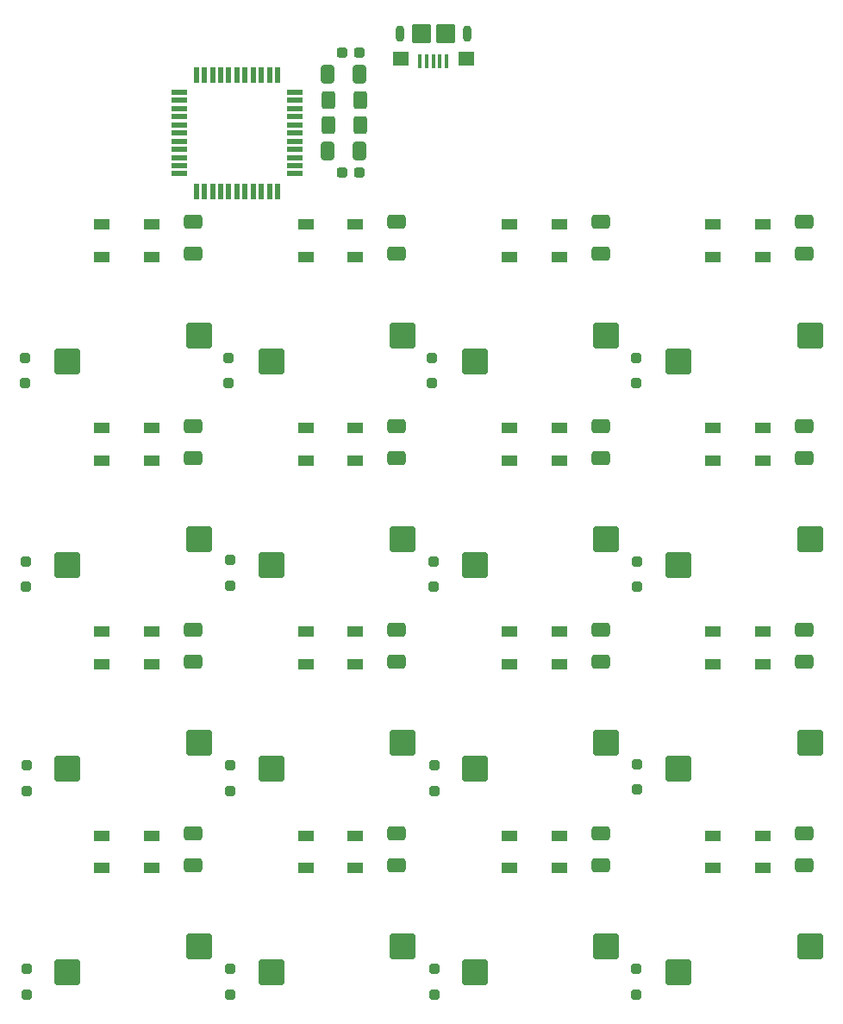
<source format=gbr>
%TF.GenerationSoftware,KiCad,Pcbnew,9.0.2*%
%TF.CreationDate,2025-06-23T15:12:22-04:00*%
%TF.ProjectId,MacroPad,4d616372-6f50-4616-942e-6b696361645f,rev?*%
%TF.SameCoordinates,Original*%
%TF.FileFunction,Paste,Bot*%
%TF.FilePolarity,Positive*%
%FSLAX46Y46*%
G04 Gerber Fmt 4.6, Leading zero omitted, Abs format (unit mm)*
G04 Created by KiCad (PCBNEW 9.0.2) date 2025-06-23 15:12:22*
%MOMM*%
%LPD*%
G01*
G04 APERTURE LIST*
G04 Aperture macros list*
%AMRoundRect*
0 Rectangle with rounded corners*
0 $1 Rounding radius*
0 $2 $3 $4 $5 $6 $7 $8 $9 X,Y pos of 4 corners*
0 Add a 4 corners polygon primitive as box body*
4,1,4,$2,$3,$4,$5,$6,$7,$8,$9,$2,$3,0*
0 Add four circle primitives for the rounded corners*
1,1,$1+$1,$2,$3*
1,1,$1+$1,$4,$5*
1,1,$1+$1,$6,$7*
1,1,$1+$1,$8,$9*
0 Add four rect primitives between the rounded corners*
20,1,$1+$1,$2,$3,$4,$5,0*
20,1,$1+$1,$4,$5,$6,$7,0*
20,1,$1+$1,$6,$7,$8,$9,0*
20,1,$1+$1,$8,$9,$2,$3,0*%
G04 Aperture macros list end*
%ADD10RoundRect,0.250000X1.025000X1.000000X-1.025000X1.000000X-1.025000X-1.000000X1.025000X-1.000000X0*%
%ADD11R,1.500000X1.000000*%
%ADD12RoundRect,0.100000X-0.100000X-0.575000X0.100000X-0.575000X0.100000X0.575000X-0.100000X0.575000X0*%
%ADD13O,0.900000X1.600000*%
%ADD14RoundRect,0.250000X-0.550000X-0.450000X0.550000X-0.450000X0.550000X0.450000X-0.550000X0.450000X0*%
%ADD15RoundRect,0.250000X-0.700000X-0.700000X0.700000X-0.700000X0.700000X0.700000X-0.700000X0.700000X0*%
%ADD16RoundRect,0.250000X-0.650000X0.412500X-0.650000X-0.412500X0.650000X-0.412500X0.650000X0.412500X0*%
%ADD17RoundRect,0.250000X0.250000X-0.250000X0.250000X0.250000X-0.250000X0.250000X-0.250000X-0.250000X0*%
%ADD18RoundRect,0.250000X0.412500X0.650000X-0.412500X0.650000X-0.412500X-0.650000X0.412500X-0.650000X0*%
%ADD19RoundRect,0.237500X-0.287500X-0.237500X0.287500X-0.237500X0.287500X0.237500X-0.287500X0.237500X0*%
%ADD20RoundRect,0.250000X0.400000X0.625000X-0.400000X0.625000X-0.400000X-0.625000X0.400000X-0.625000X0*%
%ADD21R,1.500000X0.550000*%
%ADD22R,0.550000X1.500000*%
G04 APERTURE END LIST*
D10*
%TO.C,KEY8*%
X87085000Y-116040000D03*
X74158000Y-118580000D03*
%TD*%
D11*
%TO.C,LED11*%
X97550000Y-85150000D03*
X97550000Y-88350000D03*
X102450000Y-88350000D03*
X102450000Y-85150000D03*
%TD*%
D10*
%TO.C,KEY10*%
X127085000Y-96040000D03*
X114158000Y-98580000D03*
%TD*%
D11*
%TO.C,LED15*%
X97550000Y-65150000D03*
X97550000Y-68350000D03*
X102450000Y-68350000D03*
X102450000Y-65150000D03*
%TD*%
D12*
%TO.C,J5*%
X108800000Y-49125000D03*
X109450000Y-49125000D03*
X110100000Y-49125001D03*
X110750000Y-49125000D03*
X111400000Y-49125000D03*
D13*
X106800001Y-46450000D03*
D14*
X106900000Y-48900000D03*
D15*
X108900000Y-46450000D03*
X111300000Y-46450000D03*
D14*
X113300000Y-48900000D03*
D13*
X113399999Y-46450000D03*
%TD*%
D10*
%TO.C,KEY2*%
X127085000Y-136040000D03*
X114158000Y-138580000D03*
%TD*%
%TO.C,KEY1*%
X147085000Y-136040000D03*
X134158000Y-138580000D03*
%TD*%
%TO.C,KEY3*%
X107085000Y-136040000D03*
X94158000Y-138580000D03*
%TD*%
%TO.C,KEY7*%
X107085000Y-116040000D03*
X94158000Y-118580000D03*
%TD*%
%TO.C,KEY12*%
X87085000Y-96040000D03*
X74158000Y-98580000D03*
%TD*%
%TO.C,KEY13*%
X147085000Y-76040000D03*
X134158000Y-78580000D03*
%TD*%
%TO.C,KEY4*%
X87085000Y-136040000D03*
X74158000Y-138580000D03*
%TD*%
D11*
%TO.C,LED2*%
X117550000Y-125150000D03*
X117550000Y-128350000D03*
X122450000Y-128350000D03*
X122450000Y-125150000D03*
%TD*%
D10*
%TO.C,KEY11*%
X107085000Y-96040000D03*
X94158000Y-98580000D03*
%TD*%
%TO.C,KEY15*%
X107085000Y-76040000D03*
X94158000Y-78580000D03*
%TD*%
D11*
%TO.C,LED12*%
X77550000Y-85150000D03*
X77550000Y-88350000D03*
X82450000Y-88350000D03*
X82450000Y-85150000D03*
%TD*%
D10*
%TO.C,KEY6*%
X127085000Y-116040000D03*
X114158000Y-118580000D03*
%TD*%
D11*
%TO.C,LED9*%
X137550000Y-85150000D03*
X137550000Y-88350000D03*
X142450000Y-88350000D03*
X142450000Y-85150000D03*
%TD*%
%TO.C,LED14*%
X117550000Y-65150000D03*
X117550000Y-68350000D03*
X122450000Y-68350000D03*
X122450000Y-65150000D03*
%TD*%
D10*
%TO.C,KEY16*%
X87085000Y-76040000D03*
X74158000Y-78580000D03*
%TD*%
D11*
%TO.C,LED7*%
X97550000Y-105150000D03*
X97550000Y-108350000D03*
X102450000Y-108350000D03*
X102450000Y-105150000D03*
%TD*%
%TO.C,LED4*%
X77550000Y-125150000D03*
X77550000Y-128350000D03*
X82450000Y-128350000D03*
X82450000Y-125150000D03*
%TD*%
D10*
%TO.C,KEY9*%
X147085000Y-96040000D03*
X134158000Y-98580000D03*
%TD*%
%TO.C,KEY5*%
X147085000Y-116040000D03*
X134158000Y-118580000D03*
%TD*%
D11*
%TO.C,LED10*%
X117550000Y-85150000D03*
X117550000Y-88350000D03*
X122450000Y-88350000D03*
X122450000Y-85150000D03*
%TD*%
%TO.C,LED1*%
X137550000Y-125150000D03*
X137550000Y-128350000D03*
X142450000Y-128350000D03*
X142450000Y-125150000D03*
%TD*%
%TO.C,LED5*%
X137550000Y-105150000D03*
X137550000Y-108350000D03*
X142450000Y-108350000D03*
X142450000Y-105150000D03*
%TD*%
%TO.C,LED8*%
X77550000Y-105150000D03*
X77550000Y-108350000D03*
X82450000Y-108350000D03*
X82450000Y-105150000D03*
%TD*%
%TO.C,LED16*%
X77550000Y-65150000D03*
X77550000Y-68350000D03*
X82450000Y-68350000D03*
X82450000Y-65150000D03*
%TD*%
%TO.C,LED3*%
X97550000Y-125150000D03*
X97550000Y-128350000D03*
X102450000Y-128350000D03*
X102450000Y-125150000D03*
%TD*%
%TO.C,LED6*%
X117550000Y-105150000D03*
X117550000Y-108350000D03*
X122450000Y-108350000D03*
X122450000Y-105150000D03*
%TD*%
%TO.C,LED13*%
X137550000Y-65150000D03*
X137550000Y-68350000D03*
X142450000Y-68350000D03*
X142450000Y-65150000D03*
%TD*%
D10*
%TO.C,KEY14*%
X127085000Y-76040000D03*
X114158000Y-78580000D03*
%TD*%
D16*
%TO.C,LEDC7*%
X106500000Y-104937500D03*
X106500000Y-108062500D03*
%TD*%
%TO.C,LEDC13*%
X146500000Y-64937500D03*
X146500000Y-68062500D03*
%TD*%
D17*
%TO.C,KEYD9*%
X130123000Y-100750000D03*
X130123000Y-98250000D03*
%TD*%
%TO.C,KEYD12*%
X70052000Y-100750000D03*
X70052000Y-98250000D03*
%TD*%
D18*
%TO.C,C3*%
X102867000Y-50461000D03*
X99742000Y-50461000D03*
%TD*%
D16*
%TO.C,LEDC2*%
X126500000Y-124937500D03*
X126500000Y-128062500D03*
%TD*%
%TO.C,LEDC16*%
X86500000Y-64937500D03*
X86500000Y-68062500D03*
%TD*%
%TO.C,LEDC12*%
X86500000Y-84937500D03*
X86500000Y-88062500D03*
%TD*%
%TO.C,LEDC9*%
X146500000Y-84937500D03*
X146500000Y-88062500D03*
%TD*%
D19*
%TO.C,D1*%
X101117000Y-60113000D03*
X102867000Y-60113000D03*
%TD*%
D17*
%TO.C,KEYD8*%
X70135000Y-120750000D03*
X70135000Y-118250000D03*
%TD*%
D16*
%TO.C,LEDC5*%
X146500000Y-104937500D03*
X146500000Y-108062500D03*
%TD*%
D17*
%TO.C,KEYD16*%
X70000000Y-80750000D03*
X70000000Y-78250000D03*
%TD*%
D16*
%TO.C,LEDC4*%
X86500000Y-124937500D03*
X86500000Y-128062500D03*
%TD*%
D17*
%TO.C,KEYD11*%
X90118000Y-100625000D03*
X90118000Y-98125000D03*
%TD*%
D20*
%TO.C,R4*%
X102900000Y-52950000D03*
X99800000Y-52950000D03*
%TD*%
D16*
%TO.C,LEDC8*%
X86500000Y-104937500D03*
X86500000Y-108062500D03*
%TD*%
%TO.C,LEDC11*%
X106500000Y-84937500D03*
X106500000Y-88062500D03*
%TD*%
D17*
%TO.C,KEYD15*%
X89983000Y-80750000D03*
X89983000Y-78250000D03*
%TD*%
D19*
%TO.C,D2*%
X101117000Y-48302000D03*
X102867000Y-48302000D03*
%TD*%
D16*
%TO.C,LEDC3*%
X106500000Y-124937500D03*
X106500000Y-128062500D03*
%TD*%
%TO.C,LEDC14*%
X126500000Y-64937500D03*
X126500000Y-68062500D03*
%TD*%
%TO.C,LEDC6*%
X126500000Y-104937500D03*
X126500000Y-108062500D03*
%TD*%
%TO.C,LEDC15*%
X106500000Y-64937500D03*
X106500000Y-68062500D03*
%TD*%
D20*
%TO.C,R3*%
X102900000Y-55414000D03*
X99800000Y-55414000D03*
%TD*%
D17*
%TO.C,KEYD1*%
X130000000Y-140750000D03*
X130000000Y-138250000D03*
%TD*%
%TO.C,KEYD2*%
X110184000Y-140750000D03*
X110184000Y-138250000D03*
%TD*%
%TO.C,KEYD14*%
X109922000Y-80750000D03*
X109922000Y-78250000D03*
%TD*%
%TO.C,KEYD6*%
X110184000Y-120750000D03*
X110184000Y-118250000D03*
%TD*%
D21*
%TO.C,U1*%
X96500000Y-52200000D03*
X96500000Y-53000000D03*
X96500000Y-53800000D03*
X96500000Y-54600000D03*
X96500000Y-55400000D03*
X96500000Y-56200000D03*
X96500000Y-57000000D03*
X96500000Y-57800000D03*
X96500000Y-58600000D03*
X96500000Y-59400000D03*
X96500000Y-60200000D03*
D22*
X94800000Y-61900000D03*
X94000000Y-61900000D03*
X93200000Y-61900000D03*
X92400000Y-61900000D03*
X91600000Y-61900000D03*
X90800000Y-61900000D03*
X90000000Y-61900000D03*
X89200000Y-61900000D03*
X88400000Y-61900000D03*
X87600000Y-61900000D03*
X86800000Y-61900000D03*
D21*
X85100000Y-60200000D03*
X85100000Y-59400000D03*
X85100000Y-58600000D03*
X85100000Y-57800000D03*
X85100000Y-57000000D03*
X85100000Y-56200000D03*
X85100000Y-55400000D03*
X85100000Y-54600000D03*
X85100000Y-53800000D03*
X85100000Y-53000000D03*
X85100000Y-52200000D03*
D22*
X86800000Y-50500000D03*
X87600000Y-50500000D03*
X88400000Y-50500000D03*
X89200000Y-50500000D03*
X90000000Y-50500000D03*
X90800000Y-50500000D03*
X91600000Y-50500000D03*
X92400000Y-50500000D03*
X93200000Y-50500000D03*
X94000000Y-50500000D03*
X94800000Y-50500000D03*
%TD*%
D16*
%TO.C,LEDC10*%
X126500000Y-84937500D03*
X126500000Y-88062500D03*
%TD*%
D17*
%TO.C,KEYD13*%
X130000000Y-80750000D03*
X130000000Y-78250000D03*
%TD*%
%TO.C,KEYD7*%
X90118000Y-120750000D03*
X90118000Y-118250000D03*
%TD*%
%TO.C,KEYD4*%
X70135000Y-140750000D03*
X70135000Y-138250000D03*
%TD*%
%TO.C,KEYD5*%
X130123000Y-120625000D03*
X130123000Y-118125000D03*
%TD*%
D18*
%TO.C,C1*%
X102867000Y-57954000D03*
X99742000Y-57954000D03*
%TD*%
D17*
%TO.C,KEYD3*%
X90118000Y-140750000D03*
X90118000Y-138250000D03*
%TD*%
D16*
%TO.C,LEDC1*%
X146500000Y-124937500D03*
X146500000Y-128062500D03*
%TD*%
D17*
%TO.C,KEYD10*%
X110135000Y-100750000D03*
X110135000Y-98250000D03*
%TD*%
M02*

</source>
